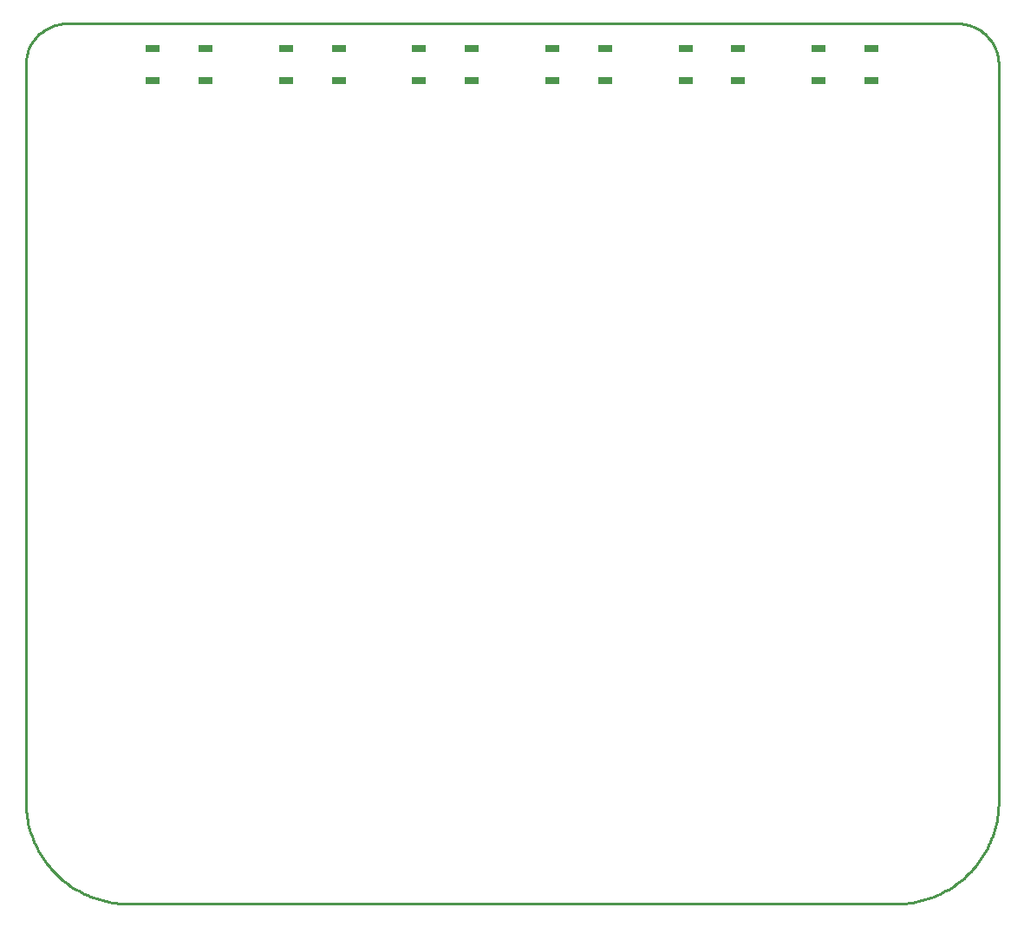
<source format=gbp>
G04 This is an RS-274x file exported by *
G04 gerbv version 2.6.0 *
G04 More information is available about gerbv at *
G04 http://gerbv.gpleda.org/ *
G04 --End of header info--*
%MOIN*%
%FSLAX34Y34*%
%IPPOS*%
G04 --Define apertures--*
%ADD10C,0.0100*%
%ADD11C,0.0000*%
%ADD12C,0.0039*%
%ADD13R,0.0571X0.0315*%
G04 --Start main section--*
G54D10*
G01X0005927Y0004947D02*
G01X0035455Y0004947D01*
G01X0035455Y0004947D02*
G01X0035579Y0004949D01*
G01X0035579Y0004949D02*
G01X0035702Y0004955D01*
G01X0035702Y0004955D02*
G01X0035826Y0004964D01*
G01X0035826Y0004964D02*
G01X0035948Y0004978D01*
G01X0035948Y0004978D02*
G01X0036071Y0004995D01*
G01X0036071Y0004995D02*
G01X0036193Y0005017D01*
G01X0036193Y0005017D02*
G01X0036314Y0005042D01*
G01X0036314Y0005042D02*
G01X0036434Y0005071D01*
G01X0036434Y0005071D02*
G01X0036553Y0005103D01*
G01X0036553Y0005103D02*
G01X0036672Y0005140D01*
G01X0036672Y0005140D02*
G01X0036789Y0005180D01*
G01X0036789Y0005180D02*
G01X0036904Y0005223D01*
G01X0036904Y0005223D02*
G01X0037019Y0005271D01*
G01X0037019Y0005271D02*
G01X0037131Y0005322D01*
G01X0037131Y0005322D02*
G01X0037242Y0005376D01*
G01X0037242Y0005376D02*
G01X0037352Y0005434D01*
G01X0037352Y0005434D02*
G01X0037459Y0005495D01*
G01X0037459Y0005495D02*
G01X0037565Y0005560D01*
G01X0037565Y0005560D02*
G01X0037668Y0005628D01*
G01X0037668Y0005628D02*
G01X0037769Y0005699D01*
G01X0037769Y0005699D02*
G01X0037868Y0005773D01*
G01X0037868Y0005773D02*
G01X0037965Y0005850D01*
G01X0037965Y0005850D02*
G01X0038059Y0005931D01*
G01X0038059Y0005931D02*
G01X0038150Y0006014D01*
G01X0038150Y0006014D02*
G01X0038239Y0006100D01*
G01X0038239Y0006100D02*
G01X0038325Y0006189D01*
G01X0038325Y0006189D02*
G01X0038408Y0006280D01*
G01X0038408Y0006280D02*
G01X0038489Y0006374D01*
G01X0038489Y0006374D02*
G01X0038566Y0006471D01*
G01X0038566Y0006471D02*
G01X0038640Y0006570D01*
G01X0038640Y0006570D02*
G01X0038711Y0006671D01*
G01X0038711Y0006671D02*
G01X0038779Y0006774D01*
G01X0038779Y0006774D02*
G01X0038844Y0006880D01*
G01X0038844Y0006880D02*
G01X0038905Y0006987D01*
G01X0038905Y0006987D02*
G01X0038963Y0007097D01*
G01X0038963Y0007097D02*
G01X0039017Y0007208D01*
G01X0039017Y0007208D02*
G01X0039068Y0007320D01*
G01X0039068Y0007320D02*
G01X0039116Y0007435D01*
G01X0039116Y0007435D02*
G01X0039159Y0007550D01*
G01X0039159Y0007550D02*
G01X0039199Y0007667D01*
G01X0039199Y0007667D02*
G01X0039236Y0007786D01*
G01X0039236Y0007786D02*
G01X0039268Y0007905D01*
G01X0039268Y0007905D02*
G01X0039297Y0008025D01*
G01X0039297Y0008025D02*
G01X0039322Y0008146D01*
G01X0039322Y0008146D02*
G01X0039344Y0008268D01*
G01X0039344Y0008268D02*
G01X0039361Y0008391D01*
G01X0039361Y0008391D02*
G01X0039375Y0008513D01*
G01X0039375Y0008513D02*
G01X0039384Y0008637D01*
G01X0039384Y0008637D02*
G01X0039390Y0008760D01*
G01X0039390Y0008760D02*
G01X0039392Y0008884D01*
G01X0039392Y0008884D02*
G01X0039392Y0037231D01*
G01X0039392Y0037231D02*
G01X0039390Y0037308D01*
G01X0039390Y0037308D02*
G01X0039384Y0037385D01*
G01X0039384Y0037385D02*
G01X0039375Y0037462D01*
G01X0039375Y0037462D02*
G01X0039362Y0037538D01*
G01X0039362Y0037538D02*
G01X0039345Y0037614D01*
G01X0039345Y0037614D02*
G01X0039324Y0037688D01*
G01X0039324Y0037688D02*
G01X0039300Y0037762D01*
G01X0039300Y0037762D02*
G01X0039272Y0037834D01*
G01X0039272Y0037834D02*
G01X0039241Y0037904D01*
G01X0039241Y0037904D02*
G01X0039206Y0037973D01*
G01X0039206Y0037973D02*
G01X0039168Y0038041D01*
G01X0039168Y0038041D02*
G01X0039127Y0038106D01*
G01X0039127Y0038106D02*
G01X0039082Y0038169D01*
G01X0039082Y0038169D02*
G01X0039034Y0038230D01*
G01X0039034Y0038230D02*
G01X0038984Y0038289D01*
G01X0038984Y0038289D02*
G01X0038931Y0038345D01*
G01X0038931Y0038345D02*
G01X0038875Y0038398D01*
G01X0038875Y0038398D02*
G01X0038816Y0038448D01*
G01X0038816Y0038448D02*
G01X0038755Y0038496D01*
G01X0038755Y0038496D02*
G01X0038692Y0038541D01*
G01X0038692Y0038541D02*
G01X0038627Y0038582D01*
G01X0038627Y0038582D02*
G01X0038559Y0038620D01*
G01X0038559Y0038620D02*
G01X0038490Y0038655D01*
G01X0038490Y0038655D02*
G01X0038420Y0038686D01*
G01X0038420Y0038686D02*
G01X0038348Y0038714D01*
G01X0038348Y0038714D02*
G01X0038274Y0038738D01*
G01X0038274Y0038738D02*
G01X0038200Y0038759D01*
G01X0038200Y0038759D02*
G01X0038124Y0038776D01*
G01X0038124Y0038776D02*
G01X0038048Y0038789D01*
G01X0038048Y0038789D02*
G01X0037971Y0038798D01*
G01X0037971Y0038798D02*
G01X0037894Y0038804D01*
G01X0037894Y0038804D02*
G01X0037817Y0038806D01*
G01X0037817Y0038806D02*
G01X0003565Y0038806D01*
G01X0003565Y0038806D02*
G01X0003488Y0038804D01*
G01X0003488Y0038804D02*
G01X0003411Y0038798D01*
G01X0003411Y0038798D02*
G01X0003334Y0038789D01*
G01X0003334Y0038789D02*
G01X0003258Y0038776D01*
G01X0003258Y0038776D02*
G01X0003182Y0038759D01*
G01X0003182Y0038759D02*
G01X0003108Y0038738D01*
G01X0003108Y0038738D02*
G01X0003034Y0038714D01*
G01X0003034Y0038714D02*
G01X0002962Y0038686D01*
G01X0002962Y0038686D02*
G01X0002892Y0038655D01*
G01X0002892Y0038655D02*
G01X0002823Y0038620D01*
G01X0002823Y0038620D02*
G01X0002755Y0038582D01*
G01X0002755Y0038582D02*
G01X0002690Y0038541D01*
G01X0002690Y0038541D02*
G01X0002627Y0038496D01*
G01X0002627Y0038496D02*
G01X0002566Y0038448D01*
G01X0002566Y0038448D02*
G01X0002507Y0038398D01*
G01X0002507Y0038398D02*
G01X0002451Y0038345D01*
G01X0002451Y0038345D02*
G01X0002398Y0038289D01*
G01X0002398Y0038289D02*
G01X0002348Y0038230D01*
G01X0002348Y0038230D02*
G01X0002300Y0038169D01*
G01X0002300Y0038169D02*
G01X0002255Y0038106D01*
G01X0002255Y0038106D02*
G01X0002214Y0038041D01*
G01X0002214Y0038041D02*
G01X0002176Y0037973D01*
G01X0002176Y0037973D02*
G01X0002141Y0037904D01*
G01X0002141Y0037904D02*
G01X0002110Y0037834D01*
G01X0002110Y0037834D02*
G01X0002082Y0037762D01*
G01X0002082Y0037762D02*
G01X0002058Y0037688D01*
G01X0002058Y0037688D02*
G01X0002037Y0037614D01*
G01X0002037Y0037614D02*
G01X0002020Y0037538D01*
G01X0002020Y0037538D02*
G01X0002007Y0037462D01*
G01X0002007Y0037462D02*
G01X0001998Y0037385D01*
G01X0001998Y0037385D02*
G01X0001992Y0037308D01*
G01X0001992Y0037308D02*
G01X0001990Y0037231D01*
G01X0001990Y0037231D02*
G01X0001990Y0008884D01*
G01X0001990Y0008884D02*
G01X0001992Y0008760D01*
G01X0001992Y0008760D02*
G01X0001998Y0008637D01*
G01X0001998Y0008637D02*
G01X0002007Y0008513D01*
G01X0002007Y0008513D02*
G01X0002021Y0008391D01*
G01X0002021Y0008391D02*
G01X0002038Y0008268D01*
G01X0002038Y0008268D02*
G01X0002060Y0008146D01*
G01X0002060Y0008146D02*
G01X0002085Y0008025D01*
G01X0002085Y0008025D02*
G01X0002114Y0007905D01*
G01X0002114Y0007905D02*
G01X0002146Y0007786D01*
G01X0002146Y0007786D02*
G01X0002183Y0007667D01*
G01X0002183Y0007667D02*
G01X0002223Y0007550D01*
G01X0002223Y0007550D02*
G01X0002266Y0007435D01*
G01X0002266Y0007435D02*
G01X0002314Y0007320D01*
G01X0002314Y0007320D02*
G01X0002365Y0007208D01*
G01X0002365Y0007208D02*
G01X0002419Y0007097D01*
G01X0002419Y0007097D02*
G01X0002477Y0006987D01*
G01X0002477Y0006987D02*
G01X0002538Y0006880D01*
G01X0002538Y0006880D02*
G01X0002603Y0006774D01*
G01X0002603Y0006774D02*
G01X0002671Y0006671D01*
G01X0002671Y0006671D02*
G01X0002742Y0006570D01*
G01X0002742Y0006570D02*
G01X0002816Y0006471D01*
G01X0002816Y0006471D02*
G01X0002893Y0006374D01*
G01X0002893Y0006374D02*
G01X0002974Y0006280D01*
G01X0002974Y0006280D02*
G01X0003057Y0006189D01*
G01X0003057Y0006189D02*
G01X0003143Y0006100D01*
G01X0003143Y0006100D02*
G01X0003232Y0006014D01*
G01X0003232Y0006014D02*
G01X0003323Y0005931D01*
G01X0003323Y0005931D02*
G01X0003417Y0005850D01*
G01X0003417Y0005850D02*
G01X0003514Y0005773D01*
G01X0003514Y0005773D02*
G01X0003613Y0005699D01*
G01X0003613Y0005699D02*
G01X0003714Y0005628D01*
G01X0003714Y0005628D02*
G01X0003817Y0005560D01*
G01X0003817Y0005560D02*
G01X0003923Y0005495D01*
G01X0003923Y0005495D02*
G01X0004030Y0005434D01*
G01X0004030Y0005434D02*
G01X0004140Y0005376D01*
G01X0004140Y0005376D02*
G01X0004251Y0005322D01*
G01X0004251Y0005322D02*
G01X0004363Y0005271D01*
G01X0004363Y0005271D02*
G01X0004478Y0005223D01*
G01X0004478Y0005223D02*
G01X0004593Y0005180D01*
G01X0004593Y0005180D02*
G01X0004710Y0005140D01*
G01X0004710Y0005140D02*
G01X0004829Y0005103D01*
G01X0004829Y0005103D02*
G01X0004948Y0005071D01*
G01X0004948Y0005071D02*
G01X0005068Y0005042D01*
G01X0005068Y0005042D02*
G01X0005189Y0005017D01*
G01X0005189Y0005017D02*
G01X0005311Y0004995D01*
G01X0005311Y0004995D02*
G01X0005434Y0004978D01*
G01X0005434Y0004978D02*
G01X0005556Y0004964D01*
G01X0005556Y0004964D02*
G01X0005680Y0004955D01*
G01X0005680Y0004955D02*
G01X0005803Y0004949D01*
G01X0005803Y0004949D02*
G01X0005927Y0004947D01*
G54D13*
G01X0034501Y0036601D03*
G01X0034501Y0037861D03*
G01X0032472Y0037861D03*
G01X0032472Y0036601D03*
G01X0029383Y0036601D03*
G01X0029383Y0037861D03*
G01X0027354Y0037861D03*
G01X0027354Y0036601D03*
G01X0024265Y0036601D03*
G01X0024265Y0037861D03*
G01X0022236Y0037861D03*
G01X0022236Y0036601D03*
G01X0019147Y0036601D03*
G01X0019147Y0037861D03*
G01X0017118Y0037861D03*
G01X0017118Y0036601D03*
G01X0014029Y0036601D03*
G01X0014029Y0037861D03*
G01X0011999Y0037861D03*
G01X0011999Y0036601D03*
G01X0008910Y0036601D03*
G01X0008910Y0037861D03*
G01X0006881Y0037861D03*
G01X0006881Y0036601D03*
M02*

</source>
